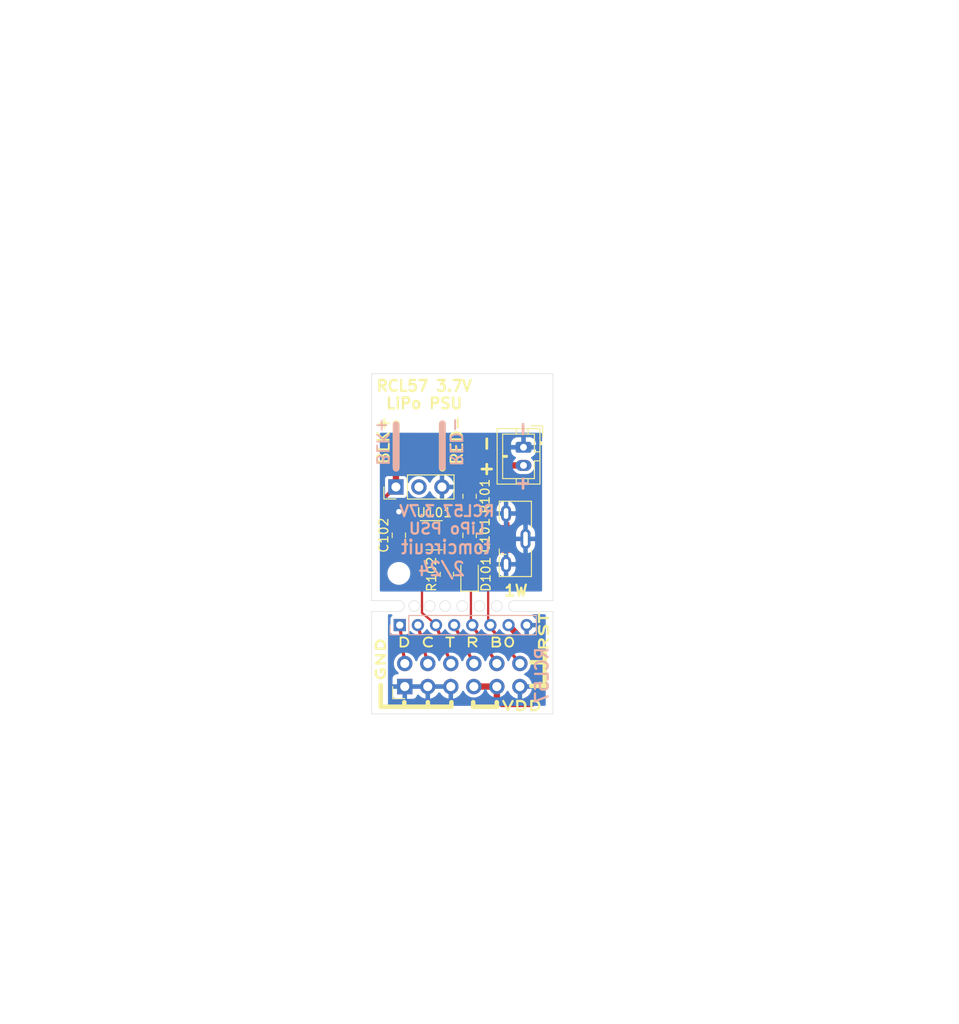
<source format=kicad_pcb>
(kicad_pcb (version 20221018) (generator pcbnew)
  (layers (0 "F.Cu" signal) (31 "B.Cu" signal) (34 "B.Paste" user) (35 "F.Paste" user) (36 "B.SilkS" user "B.Silkscreen") (37 "F.SilkS" user "F.Silkscreen") (38 "B.Mask" user) (39 "F.Mask" user) (44 "Edge.Cuts" user))
  (net 0 "")
  (net 1 "Net-(D101-K)")
  (net 2 "/RCL57 Retrofit - PSU Board/VUSB")
  (net 3 "Net-(J101-D+)")
  (net 4 "/RCL57 Retrofit - PSU Board/VBAT")
  (net 6 "Net-(U101-STAT)")
  (net 7 "Net-(U101-PROG)")
  (net 8 "GND1")
  (net 9 "/RCL557 Retrofit - Debug Board/SWDIO2")
  (net 10 "/RCL557 Retrofit - Debug Board/SWCLK12")
  (net 11 "/RCL557 Retrofit - Debug Board/U1TXD2")
  (net 12 "/RCL557 Retrofit - Debug Board/U1RXD2")
  (net 13 "/RCL557 Retrofit - Debug Board/BOOT02")
  (net 14 "/RCL557 Retrofit - Debug Board/NRST2")
  (net 15 "/RCL557 Retrofit - Debug Board/VDD2")
  (net 16 "/RCL557 Retrofit - Debug Board/GND2")
  (footprint "Connector_PinHeader_2.54mm:PinHeader_1x03_P2.54mm_Vertical" (layer "F.Cu") (at 157.675 92.475 90)
    (fp_text reference "J103" hide)
    (fp_text value "CALC")
    (fp_line (start -1.33 -1.33) (end 0 -1.33) (stroke (width 0.12)) (layer "F.SilkS"))
    (fp_line (start -1.33 0) (end -1.33 -1.33) (stroke (width 0.12)) (layer "F.SilkS"))
    (fp_line (start -1.33 1.27) (end -1.33 6.41) (stroke (width 0.12)) (layer "F.SilkS"))
    (fp_line (start -1.33 1.27) (end 1.33 1.27) (stroke (width 0.12)) (layer "F.SilkS"))
    (fp_line (start -1.33 6.41) (end 1.33 6.41) (stroke (width 0.12)) (layer "F.SilkS"))
    (fp_line (start 1.33 1.27) (end 1.33 6.41) (stroke (width 0.12)) (layer "F.SilkS"))
    (pad "1" thru_hole rect (at 0 0 90) (size 1.7 1.7) (drill 1) (layers "*.Cu" "*.Mask") (net 4 "/RCL57 Retrofit - PSU Board/VBAT"))
    (pad "2" thru_hole oval (at 0 2.54 90) (size 1.7 1.7) (drill 1) (layers "*.Cu" "*.Mask"))
    (pad "3" thru_hole oval (at 0 5.08 90) (size 1.7 1.7) (drill 1) (layers "*.Cu" "*.Mask") (net 8 "GND1"))
  )
  (footprint "Resistor_SMD:R_0805_2012Metric_Pad1.20x1.40mm_HandSolder" (layer "F.Cu") (at 163.3 102.1 -90)
    (fp_text reference "R102" (at 0 1.7 90) (layer "F.SilkS"))
    (fp_text value "470")
    (fp_line (start -0.227064 -0.735) (end 0.227064 -0.735) (stroke (width 0.12)) (layer "F.SilkS"))
    (fp_line (start -0.227064 0.735) (end 0.227064 0.735) (stroke (width 0.12)) (layer "F.SilkS"))
    (pad "1" smd roundrect (at -1 0 270) (size 1.2 1.4) (layers "F.Cu" "F.Paste" "F.Mask") (roundrect_rratio 0.2083333333) (net 6 "Net-(U101-STAT)"))
    (pad "2" smd roundrect (at 1 0 270) (size 1.2 1.4) (layers "F.Cu" "F.Paste" "F.Mask") (roundrect_rratio 0.2083333333) (net 1 "Net-(D101-K)"))
  )
  (footprint "Resistor_SMD:R_0805_2012Metric_Pad1.20x1.40mm_HandSolder" (layer "F.Cu") (at 165.8 93.5 90)
    (fp_text reference "R101" (at 0 1.7 90) (layer "F.SilkS"))
    (fp_text value "4.7K")
    (fp_line (start -0.227064 -0.735) (end 0.227064 -0.735) (stroke (width 0.12)) (layer "F.SilkS"))
    (fp_line (start -0.227064 0.735) (end 0.227064 0.735) (stroke (width 0.12)) (layer "F.SilkS"))
    (pad "1" smd roundrect (at -1 0 90) (size 1.2 1.4) (layers "F.Cu" "F.Paste" "F.Mask") (roundrect_rratio 0.2083333333) (net 7 "Net-(U101-PROG)"))
    (pad "2" smd roundrect (at 1 0 90) (size 1.2 1.4) (layers "F.Cu" "F.Paste" "F.Mask") (roundrect_rratio 0.2083333333) (net 8 "GND1"))
  )
  (footprint "Connector_JST:JST_PH_B2B-PH-K_1x02_P2.00mm_Vertical" (layer "F.Cu") (at 171.75 88.1 -90)
    (fp_text reference "J102" hide)
    (fp_text value "JST PH 2mm")
    (fp_line (start -2.36 -2.11) (end -2.36 -0.86) (stroke (width 0.12)) (layer "F.SilkS"))
    (fp_line (start -2.06 -1.81) (end -2.06 2.91) (stroke (width 0.12)) (layer "F.SilkS"))
    (fp_line (start -2.06 -0.5) (end -1.45 -0.5) (stroke (width 0.12)) (layer "F.SilkS"))
    (fp_line (start -2.06 0.8) (end -1.45 0.8) (stroke (width 0.12)) (layer "F.SilkS"))
    (fp_line (start -2.06 2.91) (end 4.06 2.91) (stroke (width 0.12)) (layer "F.SilkS"))
    (fp_line (start -1.45 -1.2) (end -1.45 2.3) (stroke (width 0.12)) (layer "F.SilkS"))
    (fp_line (start -1.45 2.3) (end 3.45 2.3) (stroke (width 0.12)) (layer "F.SilkS"))
    (fp_line (start -1.11 -2.11) (end -2.36 -2.11) (stroke (width 0.12)) (layer "F.SilkS"))
    (fp_line (start -0.6 -2.01) (end -0.6 -1.81) (stroke (width 0.12)) (layer "F.SilkS"))
    (fp_line (start -0.3 -2.01) (end -0.6 -2.01) (stroke (width 0.12)) (layer "F.SilkS"))
    (fp_line (start -0.3 -1.91) (end -0.6 -1.91) (stroke (width 0.12)) (layer "F.SilkS"))
    (fp_line (start -0.3 -1.81) (end -0.3 -2.01) (stroke (width 0.12)) (layer "F.SilkS"))
    (fp_line (start 0.5 -1.81) (end 0.5 -1.2) (stroke (width 0.12)) (layer "F.SilkS"))
    (fp_line (start 0.5 -1.2) (end -1.45 -1.2) (stroke (width 0.12)) (layer "F.SilkS"))
    (fp_line (start 0.9 1.8) (end 1.1 1.8) (stroke (width 0.12)) (layer "F.SilkS"))
    (fp_line (start 0.9 2.3) (end 0.9 1.8) (stroke (width 0.12)) (layer "F.SilkS"))
    (fp_line (start 1 2.3) (end 1 1.8) (stroke (width 0.12)) (layer "F.SilkS"))
    (fp_line (start 1.1 1.8) (end 1.1 2.3) (stroke (width 0.12)) (layer "F.SilkS"))
    (fp_line (start 1.5 -1.2) (end 1.5 -1.81) (stroke (width 0.12)) (layer "F.SilkS"))
    (fp_line (start 3.45 -1.2) (end 1.5 -1.2) (stroke (width 0.12)) (layer "F.SilkS"))
    (fp_line (start 3.45 2.3) (end 3.45 -1.2) (stroke (width 0.12)) (layer "F.SilkS"))
    (fp_line (start 4.06 -1.81) (end -2.06 -1.81) (stroke (width 0.12)) (layer "F.SilkS"))
    (fp_line (start 4.06 -0.5) (end 3.45 -0.5) (stroke (width 0.12)) (layer "F.SilkS"))
    (fp_line (start 4.06 0.8) (end 3.45 0.8) (stroke (width 0.12)) (layer "F.SilkS"))
    (fp_line (start 4.06 2.91) (end 4.06 -1.81) (stroke (width 0.12)) (layer "F.SilkS"))
    (pad "1" thru_hole roundrect (at 0 0 270) (size 1.2 1.75) (drill 0.75) (layers "*.Cu" "*.Mask") (roundrect_rratio 0.2083333333) (net 8 "GND1"))
    (pad "2" thru_hole oval (at 2 0 270) (size 1.2 1.75) (drill 0.75) (layers "*.Cu" "*.Mask") (net 4 "/RCL57 Retrofit - PSU Board/VBAT"))
  )
  (footprint "MountingHole:MountingHole_2mm" (layer "F.Cu") (at 158 102)
    (fp_text reference "H101" hide)
    (fp_text value "MountingHole" hide)
    (pad "" np_thru_hole circle (at 0 0) (size 2 2) (drill 2) (layers "*.Cu" "*.Mask"))
  )
  (footprint "Capacitor_SMD:C_0805_2012Metric" (layer "F.Cu") (at 165.8 97.8 90)
    (fp_text reference "C101" (at 0 1.7 90) (layer "F.SilkS"))
    (fp_text value "4.7uF")
    (fp_line (start -0.261252 -0.735) (end 0.261252 -0.735) (stroke (width 0.12)) (layer "F.SilkS"))
    (fp_line (start -0.261252 0.735) (end 0.261252 0.735) (stroke (width 0.12)) (layer "F.SilkS"))
    (pad "1" smd roundrect (at -0.95 0 90) (size 1 1.45) (layers "F.Cu" "F.Paste" "F.Mask") (net 2 "/RCL57 Retrofit - PSU Board/VUSB"))
    (pad "2" smd roundrect (at 0.95 0 90) (size 1 1.45) (layers "F.Cu" "F.Paste" "F.Mask") (net 8 "GND1"))
  )
  (footprint "Package_TO_SOT_SMD:SOT-23-5_HandSoldering" (layer "F.Cu") (at 161.9 97.8)
    (fp_text reference "U101" (at 0 -2.5) (layer "F.SilkS"))
    (fp_text value "MCP73831-2-OT")
    (fp_line (start -0.9 1.61) (end 0.9 1.61) (stroke (width 0.12)) (layer "F.SilkS"))
    (fp_line (start 0.9 -1.61) (end -1.55 -1.61) (stroke (width 0.12)) (layer "F.SilkS"))
    (pad "1" smd rect (at -1.35 -0.95) (size 1.56 0.65) (layers "F.Cu" "F.Paste" "F.Mask") (net 6 "Net-(U101-STAT)"))
    (pad "2" smd rect (at -1.35 0) (size 1.56 0.65) (layers "F.Cu" "F.Paste" "F.Mask") (net 8 "GND1"))
    (pad "3" smd rect (at -1.35 0.95) (size 1.56 0.65) (layers "F.Cu" "F.Paste" "F.Mask") (net 4 "/RCL57 Retrofit - PSU Board/VBAT"))
    (pad "4" smd rect (at 1.35 0.95) (size 1.56 0.65) (layers "F.Cu" "F.Paste" "F.Mask") (net 2 "/RCL57 Retrofit - PSU Board/VUSB"))
    (pad "5" smd rect (at 1.35 -0.95) (size 1.56 0.65) (layers "F.Cu" "F.Paste" "F.Mask") (net 7 "Net-(U101-PROG)"))
  )
  (footprint "Connector_PinHeader_2.54mm:PinHeader_2x06_P2.54mm_Vertical" (layer "F.Cu") (at 158.65 114.475 90)
    (fp_text reference "J202" hide)
    (fp_text value "DEBUG")
    (fp_line (start -1.33 -1.33) (end 0 -1.33) (stroke (width 0.12)) (layer "F.SilkS"))
    (fp_line (start -1.33 0) (end -1.33 -1.33) (stroke (width 0.12)) (layer "F.SilkS"))
    (pad "1" thru_hole rect (at 0 0 90) (size 1.7 1.7) (drill 1) (layers "*.Cu" "*.Mask") (net 16 "/RCL557 Retrofit - Debug Board/GND2"))
    (pad "2" thru_hole oval (at 2.54 0 90) (size 1.7 1.7) (drill 1) (layers "*.Cu" "*.Mask") (net 9 "/RCL557 Retrofit - Debug Board/SWDIO2"))
    (pad "3" thru_hole oval (at 0 2.54 90) (size 1.7 1.7) (drill 1) (layers "*.Cu" "*.Mask") (net 16 "/RCL557 Retrofit - Debug Board/GND2"))
    (pad "4" thru_hole oval (at 2.54 2.54 90) (size 1.7 1.7) (drill 1) (layers "*.Cu" "*.Mask") (net 10 "/RCL557 Retrofit - Debug Board/SWCLK12"))
    (pad "5" thru_hole oval (at 0 5.08 90) (size 1.7 1.7) (drill 1) (layers "*.Cu" "*.Mask") (net 16 "/RCL557 Retrofit - Debug Board/GND2"))
    (pad "6" thru_hole oval (at 2.54 5.08 90) (size 1.7 1.7) (drill 1) (layers "*.Cu" "*.Mask") (net 11 "/RCL557 Retrofit - Debug Board/U1TXD2"))
    (pad "7" thru_hole oval (at 0 7.62 90) (size 1.7 1.7) (drill 1) (layers "*.Cu" "*.Mask") (net 15 "/RCL557 Retrofit - Debug Board/VDD2"))
    (pad "8" thru_hole oval (at 2.54 7.62 90) (size 1.7 1.7) (drill 1) (layers "*.Cu" "*.Mask") (net 12 "/RCL557 Retrofit - Debug Board/U1RXD2"))
    (pad "9" thru_hole oval (at 0 10.16 90) (size 1.7 1.7) (drill 1) (layers "*.Cu" "*.Mask") (net 15 "/RCL557 Retrofit - Debug Board/VDD2"))
    (pad "10" thru_hole oval (at 2.54 10.16 90) (size 1.7 1.7) (drill 1) (layers "*.Cu" "*.Mask") (net 13 "/RCL557 Retrofit - Debug Board/BOOT02"))
    (pad "11" thru_hole oval (at 0 12.7 90) (size 1.7 1.7) (drill 1) (layers "*.Cu" "*.Mask") (net 16 "/RCL557 Retrofit - Debug Board/GND2"))
    (pad "12" thru_hole oval (at 2.54 12.7 90) (size 1.7 1.7) (drill 1) (layers "*.Cu" "*.Mask") (net 14 "/RCL557 Retrofit - Debug Board/NRST2"))
  )
  (footprint "LED_SMD:LED_0805_2012Metric_Pad1.15x1.40mm_HandSolder" (layer "F.Cu") (at 165.8 102.1 90)
    (fp_text reference "D101" (at 0 1.8 90) (layer "F.SilkS"))
    (fp_text value "LED")
    (fp_line (start -1.86 -0.96) (end -1.86 0.96) (stroke (width 0.12)) (layer "F.SilkS"))
    (fp_line (start -1.86 0.96) (end 1 0.96) (stroke (width 0.12)) (layer "F.SilkS"))
    (fp_line (start 1 -0.96) (end -1.86 -0.96) (stroke (width 0.12)) (layer "F.SilkS"))
    (pad "1" smd roundrect (at -1.025 0 90) (size 1.15 1.4) (layers "F.Cu" "F.Paste" "F.Mask") (roundrect_rratio 0.2173913043) (net 1 "Net-(D101-K)"))
    (pad "2" smd roundrect (at 1.025 0 90) (size 1.15 1.4) (layers "F.Cu" "F.Paste" "F.Mask") (roundrect_rratio 0.2173913043) (net 2 "/RCL57 Retrofit - PSU Board/VUSB"))
  )
  (footprint "Capacitor_SMD:C_0805_2012Metric" (layer "F.Cu") (at 158 97.8 90)
    (fp_text reference "C102" (at 0 -1.68 90) (layer "F.SilkS"))
    (fp_text value "4.7uF")
    (fp_line (start -0.261252 -0.735) (end 0.261252 -0.735) (stroke (width 0.12)) (layer "F.SilkS"))
    (fp_line (start -0.261252 0.735) (end 0.261252 0.735) (stroke (width 0.12)) (layer "F.SilkS"))
    (pad "1" smd roundrect (at -0.95 0 90) (size 1 1.45) (layers "F.Cu" "F.Paste" "F.Mask") (net 4 "/RCL57 Retrofit - PSU Board/VBAT"))
    (pad "2" smd roundrect (at 0.95 0 90) (size 1 1.45) (layers "F.Cu" "F.Paste" "F.Mask") (net 8 "GND1"))
  )
  (footprint "Connector_USB:USB_Micro-B_Molex-105133-0001" (layer "F.Cu") (at 170.9 98.2 90)
    (fp_text reference "J101" hide)
    (fp_text value "USB_Micro-B_Molex-105133-0001")
    (fp_line (start -4.15 -1.825) (end -4.15 1.725) (stroke (width 0.12)) (layer "F.SilkS"))
    (fp_line (start -4.15 1.725) (end -1.25 1.725) (stroke (width 0.12)) (layer "F.SilkS"))
    (fp_line (start -2 -1.825) (end -4.15 -1.825) (stroke (width 0.12)) (layer "F.SilkS"))
    (fp_line (start -1.7 -1.825) (end -1.1 -1.825) (stroke (width 0.12)) (layer "F.SilkS"))
    (fp_line (start -1.7 -1.075) (end -1.7 -1.825) (stroke (width 0.12)) (layer "F.SilkS"))
    (fp_line (start 2 -1.825) (end 4.15 -1.825) (stroke (width 0.12)) (layer "F.SilkS"))
    (fp_line (start 4.15 -1.825) (end 4.15 1.725) (stroke (width 0.12)) (layer "F.SilkS"))
    (fp_line (start 4.15 1.725) (end 1.25 1.725) (stroke (width 0.12)) (layer "F.SilkS"))
    (pad "1" smd rect (at -1.3 -0.825 90) (size 0.45 1.5) (layers "F.Cu" "F.Paste" "F.Mask") (net 2 "/RCL57 Retrofit - PSU Board/VUSB"))
    (pad "2" smd rect (at -0.65 -0.825 90) (size 0.45 1.5) (layers "F.Cu" "F.Paste" "F.Mask") (net 3 "Net-(J101-D+)"))
    (pad "3" smd rect (at 0 -0.825 90) (size 0.45 1.5) (layers "F.Cu" "F.Paste" "F.Mask") (net 3 "Net-(J101-D+)"))
    (pad "4" smd rect (at 0.65 -0.825 90) (size 0.45 1.5) (layers "F.Cu" "F.Paste" "F.Mask") (net 8 "GND1"))
    (pad "5" smd rect (at 1.3 -0.825 90) (size 0.45 1.5) (layers "F.Cu" "F.Paste" "F.Mask") (net 8 "GND1"))
    (pad "6" thru_hole oval (at -2.8 -1.075 90) (size 1.8 1.1) (drill oval 1.2 0.5) (layers "*.Cu" "*.Mask") (net 8 "GND1"))
    (pad "6" thru_hole oval (at 0 1.075 90) (size 2.2 1.1) (drill oval 1.6 0.5) (layers "*.Cu" "*.Mask") (net 8 "GND1"))
    (pad "6" thru_hole oval (at 2.8 -1.075 90) (size 1.8 1.1) (drill oval 1.2 0.5) (layers "*.Cu" "*.Mask") (net 8 "GND1"))
  )
  (footprint "MountingHole:MountingHole_2mm" (layer "F.Cu") (at 172 83)
    (fp_text reference "H102" hide)
    (fp_text value "MountingHole" hide)
    (pad "" np_thru_hole circle (at 0 0) (size 2 2) (drill 2) (layers "*.Cu" "*.Mask"))
  )
  (footprint "Connector_PinSocket_2.00mm:PinSocket_1x08_P2.00mm_Vertical" (layer "B.Cu") (at 158.1 107.7 -90)
    (fp_text reference "J201" hide)
    (fp_text value "RCL57_BOARD")
    (fp_line (start -1.06 -15.06) (end 1.06 -15.06) (stroke (width 0.12)) (layer "B.SilkS"))
    (fp_line (start -1.06 -1) (end -1.06 -15.06) (stroke (width 0.12)) (layer "B.SilkS"))
    (fp_line (start -1.06 -1) (end 1.06 -1) (stroke (width 0.12)) (layer "B.SilkS"))
    (fp_line (start 0 1.06) (end 1.06 1.06) (stroke (width 0.12)) (layer "B.SilkS"))
    (fp_line (start 1.06 -1) (end 1.06 -15.06) (stroke (width 0.12)) (layer "B.SilkS"))
    (fp_line (start 1.06 1.06) (end 1.06 0) (stroke (width 0.12)) (layer "B.SilkS"))
    (pad "1" thru_hole rect (at 0 0 270) (size 1.35 1.35) (drill 0.8) (layers "*.Cu" "*.Mask") (net 9 "/RCL557 Retrofit - Debug Board/SWDIO2"))
    (pad "2" thru_hole oval (at 0 -2 270) (size 1.35 1.35) (drill 0.8) (layers "*.Cu" "*.Mask") (net 10 "/RCL557 Retrofit - Debug Board/SWCLK12"))
    (pad "3" thru_hole oval (at 0 -4 270) (size 1.35 1.35) (drill 0.8) (layers "*.Cu" "*.Mask") (net 11 "/RCL557 Retrofit - Debug Board/U1TXD2"))
    (pad "4" thru_hole oval (at 0 -6 270) (size 1.35 1.35) (drill 0.8) (layers "*.Cu" "*.Mask") (net 12 "/RCL557 Retrofit - Debug Board/U1RXD2"))
    (pad "5" thru_hole oval (at 0 -8 270) (size 1.35 1.35) (drill 0.8) (layers "*.Cu" "*.Mask") (net 13 "/RCL557 Retrofit - Debug Board/BOOT02"))
    (pad "6" thru_hole oval (at 0 -10 270) (size 1.35 1.35) (drill 0.8) (layers "*.Cu" "*.Mask") (net 14 "/RCL557 Retrofit - Debug Board/NRST2"))
    (pad "7" thru_hole oval (at 0 -12 270) (size 1.35 1.35) (drill 0.8) (layers "*.Cu" "*.Mask") (net 15 "/RCL557 Retrofit - Debug Board/VDD2"))
    (pad "8" thru_hole oval (at 0 -14 270) (size 1.35 1.35) (drill 0.8) (layers "*.Cu" "*.Mask") (net 16 "/RCL557 Retrofit - Debug Board/GND2"))
  )
  (gr_line (start 165.95 103.05) (end 165.95 107.7) (stroke (width 0.25)) (layer "F.Cu"))
  (gr_line (start 160.55 98.75) (end 160.55 106.35) (stroke (width 0.25)) (layer "F.Cu"))
  (gr_line (start 160.55 106.35) (end 162.15 107.7) (stroke (width 0.25)) (layer "F.Cu"))
  (gr_line (start 167.85 107.7) (end 167.85 99.45) (stroke (width 0.25)) (layer "F.Cu"))
  (gr_line (start 162.8 85.512142) (end 162.8 90.312142) (stroke (width 0.75)) (layer "B.SilkS"))
  (gr_line (start 157.7 85.612142) (end 157.7 90.412142) (stroke (width 0.75)) (layer "B.SilkS"))
  (gr_line (start 161.2 116.2) (end 161.2 116.7) (stroke (width 0.5)) (layer "F.SilkS"))
  (gr_line (start 166.2 116.2) (end 166.2 116.7) (stroke (width 0.5)) (layer "F.SilkS"))
  (gr_line (start 157.7 85.5) (end 157.7 90.3) (stroke (width 0.75)) (layer "F.SilkS"))
  (gr_line (start 156 116.7) (end 163.8 116.7) (stroke (width 0.5)) (layer "F.SilkS"))
  (gr_line (start 172.6 114.4) (end 174.1 114.4) (stroke (width 0.5)) (layer "F.SilkS"))
  (gr_line (start 166.2 116.7) (end 168.8 116.700001) (stroke (width 0.5)) (layer "F.SilkS"))
  (gr_line (start 174.1 114.4) (end 174.1 110.8) (stroke (width 0.5)) (layer "F.SilkS"))
  (gr_line (start 168.8 116.2) (end 168.8 116.700001) (stroke (width 0.5)) (layer "F.SilkS"))
  (gr_line (start 163.8 116.2) (end 163.8 116.7) (stroke (width 0.5)) (layer "F.SilkS"))
  (gr_line (start 162.8 85.6) (end 162.8 90.4) (stroke (width 0.75)) (layer "F.SilkS"))
  (gr_line (start 172.6 111.8) (end 174.1 111.8) (stroke (width 0.5)) (layer "F.SilkS"))
  (gr_line (start 158.6 116.2) (end 158.6 116.7) (stroke (width 0.5)) (layer "F.SilkS"))
  (gr_line (start 156 114.3) (end 156 116.7) (stroke (width 0.5)) (layer "F.SilkS"))
  (gr_arc (start 158 104.999999) (mid 158.600002 105.6) (end 158 106.200001) (stroke (width 0.05)) (layer "Edge.Cuts"))
  (gr_line (start 170.7 105) (end 175 105) (stroke (width 0.05)) (layer "Edge.Cuts"))
  (gr_line (start 155 105) (end 158 104.999999) (stroke (width 0.05)) (layer "Edge.Cuts"))
  (gr_line (start 155 117.5) (end 155 106.2) (stroke (width 0.05)) (layer "Edge.Cuts"))
  (gr_circle (center 168.8 105.6) (end 169.4 105.6) (stroke (width 0.05)) (fill none) (layer "Edge.Cuts"))
  (gr_circle (center 161.400001 105.6) (end 162 105.6) (stroke (width 0.05)) (fill none) (layer "Edge.Cuts"))
  (gr_line (start 175 105) (end 175 80) (stroke (width 0.05)) (layer "Edge.Cuts"))
  (gr_line (start 170.7 106.2) (end 175 106.2) (stroke (width 0.05)) (layer "Edge.Cuts"))
  (gr_line (start 175 106.2) (end 175 117.5) (stroke (width 0.05)) (layer "Edge.Cuts"))
  (gr_circle (center 163.1 105.6) (end 163.7 105.6) (stroke (width 0.05)) (fill none) (layer "Edge.Cuts"))
  (gr_circle (center 166.9 105.6) (end 167.5 105.6) (stroke (width 0.05)) (fill none) (layer "Edge.Cuts"))
  (gr_line (start 155 98.9) (end 155 105) (stroke (width 0.05)) (layer "Edge.Cuts"))
  (gr_circle (center 165 105.6) (end 165.6 105.6) (stroke (width 0.05)) (fill none) (layer "Edge.Cuts"))
  (gr_line (start 175 80) (end 155 80) (stroke (width 0.05)) (layer "Edge.Cuts"))
  (gr_circle (center 159.7 105.6) (end 160.3 105.6) (stroke (width 0.05)) (fill none) (layer "Edge.Cuts"))
  (gr_arc (start 170.7 106.2) (mid 170.1 105.6) (end 170.7 105) (stroke (width 0.05)) (layer "Edge.Cuts"))
  (gr_line (start 155 80) (end 155 98.9) (stroke (width 0.05)) (layer "Edge.Cuts"))
  (gr_line (start 175 117.5) (end 155 117.5) (stroke (width 0.05)) (layer "Edge.Cuts"))
  (gr_line (start 155 106.2) (end 158 106.200001) (stroke (width 0.05)) (layer "Edge.Cuts"))
  (gr_text "BLK+" (at 156.2 87.5 -90) (layer "B.SilkS") (effects (font (size 1.3 1.3) (thickness 0.2)) (justify mirror)))
  (gr_text "RCL57 3.7V\nLiPo PSU" (at 163.3 96.1) (layer "B.SilkS") (effects (font (size 1.2 1.2) (thickness 0.25) bold) (justify mirror)))
  (gr_text "+    -" (at 171.8 89.1 270) (layer "B.SilkS") (effects (font (size 1.4 1.4) (thickness 0.3) bold) (justify mirror)))
  (gr_text "RED-" (at 164.3 87.5 -90) (layer "B.SilkS") (effects (font (size 1.3 1.3) (thickness 0.2)) (justify mirror)))
  (gr_text "RCL57" (at 174.6 110 90) (layer "B.SilkS") (effects (font (size 1.4 1.3) (thickness 0.25) bold) (justify left bottom mirror)))
  (gr_text "tomcircuit \n2/24" (at 162.7 102.4) (layer "B.SilkS") (effects (font (size 1.5 1.3) (thickness 0.25) bold) (justify bottom mirror)))
  (gr_text "VDD" (at 169.2 117.2) (layer "F.SilkS") (effects (font (size 1 1.55) (thickness 0.25) bold) (justify left bottom)))
  (gr_text "D C T R B0" (at 157.7 110.2) (layer "F.SilkS") (effects (font (size 1 1.49) (thickness 0.2) bold) (justify left bottom)))
  (gr_text "RCL57 3.7V\nLiPo PSU" (at 160.8 82.3) (layer "F.SilkS") (effects (font (size 1.2 1.2) (thickness 0.25) bold)))
  (gr_text "1W" (at 169.5 104.6) (layer "F.SilkS") (effects (font (size 1.2 1.2) (thickness 0.25) bold) (justify left bottom)))
  (gr_text "RST" (at 174.6 110.7 90) (layer "F.SilkS") (effects (font (size 1 1.55) (thickness 0.25) bold) (justify left bottom)))
  (gr_text "BLK+" (at 156.3 87.3 90) (layer "F.SilkS") (effects (font (size 1.3 1.3) (thickness 0.2))))
  (gr_text "GND" (at 156.6 114 90) (layer "F.SilkS") (effects (font (size 1 1.55) (thickness 0.25) bold) (justify left bottom)))
  (gr_text "RED-" (at 164.4 87.3 90) (layer "F.SilkS") (effects (font (size 1.3 1.3) (thickness 0.2))))
  (gr_text "+ -" (at 167.6 89.1 90) (layer "F.SilkS") (effects (font (size 1.4 1.4) (thickness 0.3) bold)))
  (segment (start 165.775 103.1) (end 165.8 103.125) (width 0.35) (layer "F.Cu") (net 1))
  (segment (start 163.3 103.1) (end 165.775 103.1) (width 0.3) (layer "F.Cu") (net 1))
  (segment (start 165.8 101.075) (end 165.8 98.75) (width 0.3) (layer "F.Cu") (net 2))
  (segment (start 167.6 99.5) (end 166.85 98.75) (width 0.4) (layer "F.Cu") (net 2))
  (segment (start 163.25 98.75) (end 165.8 98.75) (width 0.4) (layer "F.Cu") (net 2))
  (segment (start 166.85 98.75) (end 165.8 98.75) (width 0.4) (layer "F.Cu") (net 2))
  (segment (start 170.075 99.5) (end 167.6 99.5) (width 0.4) (layer "F.Cu") (net 2))
  (segment (start 168.45 98.85) (end 170.075 98.85) (width 0.25) (layer "F.Cu") (net 3))
  (segment (start 170.075 98.2) (end 168.4 98.2) (width 0.25) (layer "F.Cu") (net 3))
  (segment (start 168.3 98.7) (end 168.45 98.85) (width 0.25) (layer "F.Cu") (net 3))
  (segment (start 168.4 98.2) (end 168.3 98.3) (width 0.25) (layer "F.Cu") (net 3))
  (segment (start 168.3 98.3) (end 168.3 98.7) (width 0.25) (layer "F.Cu") (net 3))
  (segment (start 156.4 98.2) (end 156.4 93.6875) (width 0.4) (layer "F.Cu") (net 4))
  (segment (start 158 98.75) (end 156.95 98.75) (width 0.4) (layer "F.Cu") (net 4))
  (segment (start 156.4 93.6875) (end 157.6125 92.475) (width 0.4) (layer "F.Cu") (net 4))
  (segment (start 160.55 98.75) (end 158 98.75) (width 0.4) (layer "F.Cu") (net 4))
  (segment (start 171.75 90.1) (end 158.6 90.1) (width 0.7) (layer "F.Cu") (net 4))
  (segment (start 156.95 98.75) (end 156.4 98.2) (width 0.4) (layer "F.Cu") (net 4))
  (segment (start 158.6 90.1) (end 157.675002 91.024998) (width 0.7) (layer "F.Cu") (net 4))
  (segment (start 157.66 92.46) (end 157.675 92.475) (width 1) (layer "F.Cu") (net 4))
  (segment (start 157.675002 91.024998) (end 157.675002 92.475) (width 0.7) (layer "F.Cu") (net 4))
  (segment (start 160.55 96.85) (end 161.55 96.85) (width 0.3) (layer "F.Cu") (net 6))
  (segment (start 161.9 100.7) (end 162.3 101.1) (width 0.3) (layer "F.Cu") (net 6))
  (segment (start 161.55 96.85) (end 161.9 97.2) (width 0.3) (layer "F.Cu") (net 6))
  (segment (start 161.9 97.2) (end 161.9 100.7) (width 0.3) (layer "F.Cu") (net 6))
  (segment (start 162.3 101.1) (end 163.3 101.1) (width 0.3) (layer "F.Cu") (net 6))
  (segment (start 163.25 95.75) (end 164.5 94.5) (width 0.3) (layer "F.Cu") (net 7))
  (segment (start 164.5 94.5) (end 165.8 94.5) (width 0.3) (layer "F.Cu") (net 7))
  (segment (start 163.25 96.85) (end 163.25 95.75) (width 0.3) (layer "F.Cu") (net 7))
  (segment (start 168.5 95.4) (end 169.825 95.4) (width 0.35) (layer "F.Cu") (net 8))
  (segment (start 170.075 96.9) (end 170.075 96.475) (width 0.25) (layer "F.Cu") (net 8))
  (segment (start 170.075 96.475) (end 169.825 96.225) (width 0.25) (layer "F.Cu") (net 8))
  (segment (start 165.8 96.85) (end 167.05 96.85) (width 0.35) (layer "F.Cu") (net 8))
  (segment (start 162.78 92.5) (end 162.755 92.475) (width 0.3) (layer "F.Cu") (net 8))
  (segment (start 165.8 92.5) (end 162.78 92.5) (width 0.35) (layer "F.Cu") (net 8))
  (segment (start 169.825 96.225) (end 169.825 95.4) (width 0.25) (layer "F.Cu") (net 8))
  (segment (start 158 95.200004) (end 157.999998 95.200002) (width 0.35) (layer "F.Cu") (net 8))
  (segment (start 170.075 97.55) (end 170.075 96.9) (width 0.25) (layer "F.Cu") (net 8))
  (segment (start 158.75 96.85) (end 158 96.85) (width 0.35) (layer "F.Cu") (net 8))
  (segment (start 167.05 96.85) (end 168.5 95.4) (width 0.35) (layer "F.Cu") (net 8))
  (segment (start 160.55 97.8) (end 159.7 97.8) (width 0.35) (layer "F.Cu") (net 8))
  (segment (start 158 96.85) (end 158 95.200004) (width 0.35) (layer "F.Cu") (net 8))
  (segment (start 159.7 97.8) (end 158.75 96.85) (width 0.35) (layer "F.Cu") (net 8))
  (via (at 157.999998 95.200002) (size 1.2) (drill 0.6) (layers "F.Cu" "B.Cu") (net 8))
  (segment (start 158.1 107.7) (end 158.65 111.935) (width 0.35) (layer "F.Cu") (net 9))
  (segment (start 160.1 107.7) (end 161.19 111.935) (width 0.35) (layer "F.Cu") (net 10))
  (segment (start 162.1 107.7) (end 163.73 111.935) (width 0.35) (layer "F.Cu") (net 11))
  (segment (start 164.1 107.7) (end 166.27 111.935) (width 0.35) (layer "F.Cu") (net 12))
  (segment (start 166.1 107.7) (end 168.81 111.935) (width 0.35) (layer "F.Cu") (net 13))
  (segment (start 168.1 107.7) (end 168.1 107.95) (width 0.35) (layer "F.Cu") (net 14))
  (segment (start 168.1 107.95) (end 171.35 111.935) (width 0.35) (layer "F.Cu") (net 14))
  (segment (start 172.604 116.396) (end 169.396 116.396) (width 0.7) (layer "F.Cu") (net 15))
  (segment (start 168.81 114.475) (end 166.27 114.475) (width 0.7) (layer "F.Cu") (net 15))
  (segment (start 169.396 116.396) (end 168.81 115.81) (width 0.7) (layer "F.Cu") (net 15))
  (segment (start 173.5 111.4) (end 173.5 115.5) (width 0.7) (layer "F.Cu") (net 15))
  (segment (start 170.1 107.7) (end 173.5 111.4) (width 0.7) (layer "F.Cu") (net 15))
  (segment (start 173.5 115.5) (end 172.604 116.396) (width 0.7) (layer "F.Cu") (net 15))
  (segment (start 168.81 115.81) (end 168.81 114.475) (width 0.7) (layer "F.Cu") (net 15))
  (zone (net 8) (net_name "GND1") (layer "B.Cu") (priority 2) (connect_pads (clearance 0.35)) (min_thickness 0.25) (fill yes (thermal_gap 0.5) (thermal_bridge_width 0.5))
    (polygon (pts (xy 155.9 86.49652) (xy 173.8 86.5) (xy 173.8 103.99652) (xy 155.9 104)))
  )
  (zone (net 16) (net_name "/RCL557 Retrofit - Debug Board/GND2") (layer "B.Cu") (priority 3) (connect_pads (clearance 0.35)) (min_thickness 0.25) (fill yes (thermal_gap 0.5) (thermal_bridge_width 0.5))
    (polygon (pts (xy 156.8 106.5) (xy 174.2 106.5) (xy 174.2 116.6) (xy 156.8 116.6)))
  )
)
</source>
